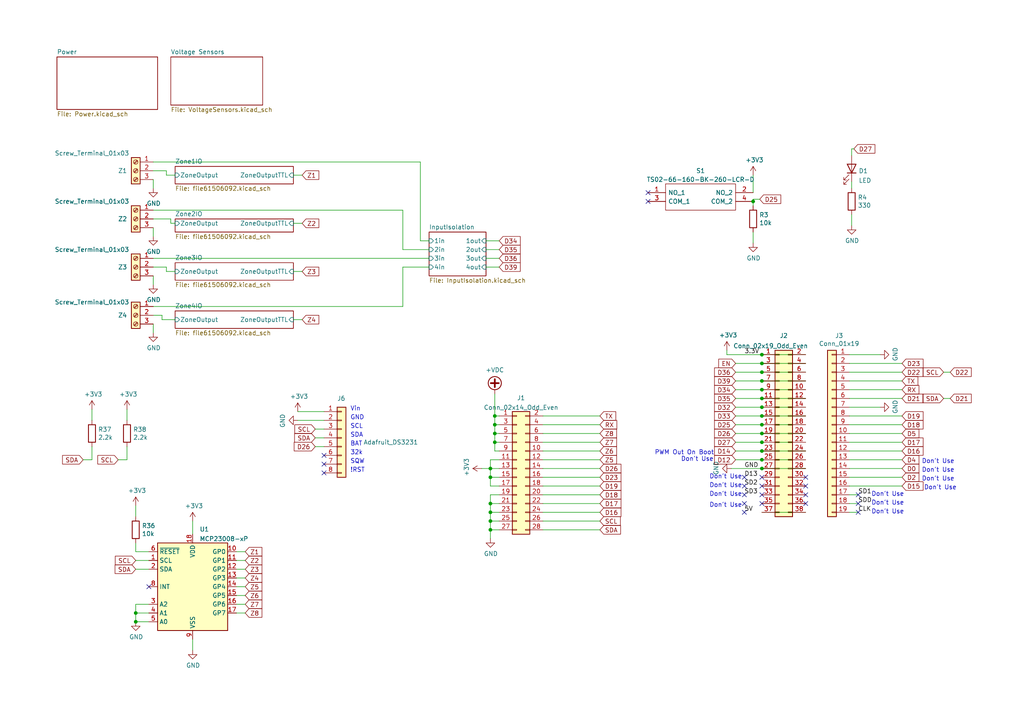
<source format=kicad_sch>
(kicad_sch (version 20231120) (generator "eeschema") (generator_version "8.0")
  (paper "A4")
  (lib_symbols
    (symbol "Connector:Screw_Terminal_01x03" (pin_names (offset 1.016) hide)
      (property "Reference" "J" (at 0 5.08 0))
      (property "Value" "Screw_Terminal_01x03" (at 0 -5.08 0))
      (symbol "Screw_Terminal_01x03_1_1"
        (rectangle (start -1.27 3.81) (end 1.27 -3.81) (stroke (width 0.254)) (fill (type background)))
        (circle (center 0 -2.54) (radius 0.635) (stroke (width 0.1524)))
        (polyline (pts (xy -0.5334 -2.2098) (xy 0.3302 -3.048)) (stroke (width 0.1524)))
        (polyline (pts (xy -0.5334 0.3302) (xy 0.3302 -0.508)) (stroke (width 0.1524)))
        (polyline (pts (xy -0.5334 2.8702) (xy 0.3302 2.032)) (stroke (width 0.1524)))
        (polyline (pts (xy -0.3556 -2.032) (xy 0.508 -2.8702)) (stroke (width 0.1524)))
        (polyline (pts (xy -0.3556 0.508) (xy 0.508 -0.3302)) (stroke (width 0.1524)))
        (polyline (pts (xy -0.3556 3.048) (xy 0.508 2.2098)) (stroke (width 0.1524)))
        (circle (center 0 0) (radius 0.635) (stroke (width 0.1524)))
        (circle (center 0 2.54) (radius 0.635) (stroke (width 0.1524)))
        (pin passive line (at -5.08 2.54 0) (length 3.81) (name "Pin_1") (number "1"))
        (pin passive line (at -5.08 0 0) (length 3.81) (name "Pin_2") (number "2"))
        (pin passive line (at -5.08 -2.54 0) (length 3.81) (name "Pin_3") (number "3"))
      )
    )
    (symbol "Connector_Generic:Conn_01x08" (pin_names (offset 1.016) hide)
      (property "Reference" "J" (at 0 10.16 0))
      (property "Value" "Conn_01x08" (at 0 -12.7 0))
      (symbol "Conn_01x08_1_1"
        (rectangle (start -1.27 -10.033) (end 0 -10.287) (stroke (width 0.1524)))
        (rectangle (start -1.27 -7.493) (end 0 -7.747) (stroke (width 0.1524)))
        (rectangle (start -1.27 -4.953) (end 0 -5.207) (stroke (width 0.1524)))
        (rectangle (start -1.27 -2.413) (end 0 -2.667) (stroke (width 0.1524)))
        (rectangle (start -1.27 0.127) (end 0 -0.127) (stroke (width 0.1524)))
        (rectangle (start -1.27 2.667) (end 0 2.413) (stroke (width 0.1524)))
        (rectangle (start -1.27 5.207) (end 0 4.953) (stroke (width 0.1524)))
        (rectangle (start -1.27 7.747) (end 0 7.493) (stroke (width 0.1524)))
        (rectangle (start -1.27 8.89) (end 1.27 -11.43) (stroke (width 0.254)) (fill (type background)))
        (pin passive line (at -5.08 7.62 0) (length 3.81) (name "Pin_1") (number "1"))
        (pin passive line (at -5.08 5.08 0) (length 3.81) (name "Pin_2") (number "2"))
        (pin passive line (at -5.08 2.54 0) (length 3.81) (name "Pin_3") (number "3"))
        (pin passive line (at -5.08 0 0) (length 3.81) (name "Pin_4") (number "4"))
        (pin passive line (at -5.08 -2.54 0) (length 3.81) (name "Pin_5") (number "5"))
        (pin passive line (at -5.08 -5.08 0) (length 3.81) (name "Pin_6") (number "6"))
        (pin passive line (at -5.08 -7.62 0) (length 3.81) (name "Pin_7") (number "7"))
        (pin passive line (at -5.08 -10.16 0) (length 3.81) (name "Pin_8") (number "8"))
      )
    )
    (symbol "Connector_Generic:Conn_01x19" (pin_names (offset 1.016) hide)
      (property "Reference" "J" (at 0 25.4 0))
      (property "Value" "Conn_01x19" (at 0 -25.4 0))
      (symbol "Conn_01x19_1_1"
        (rectangle (start -1.27 -22.733) (end 0 -22.987) (stroke (width 0.1524)))
        (rectangle (start -1.27 -20.193) (end 0 -20.447) (stroke (width 0.1524)))
        (rectangle (start -1.27 -17.653) (end 0 -17.907) (stroke (width 0.1524)))
        (rectangle (start -1.27 -15.113) (end 0 -15.367) (stroke (width 0.1524)))
        (rectangle (start -1.27 -12.573) (end 0 -12.827) (stroke (width 0.1524)))
        (rectangle (start -1.27 -10.033) (end 0 -10.287) (stroke (width 0.1524)))
        (rectangle (start -1.27 -7.493) (end 0 -7.747) (stroke (width 0.1524)))
        (rectangle (start -1.27 -4.953) (end 0 -5.207) (stroke (width 0.1524)))
        (rectangle (start -1.27 -2.413) (end 0 -2.667) (stroke (width 0.1524)))
        (rectangle (start -1.27 0.127) (end 0 -0.127) (stroke (width 0.1524)))
        (rectangle (start -1.27 2.667) (end 0 2.413) (stroke (width 0.1524)))
        (rectangle (start -1.27 5.207) (end 0 4.953) (stroke (width 0.1524)))
        (rectangle (start -1.27 7.747) (end 0 7.493) (stroke (width 0.1524)))
        (rectangle (start -1.27 10.287) (end 0 10.033) (stroke (width 0.1524)))
        (rectangle (start -1.27 12.827) (end 0 12.573) (stroke (width 0.1524)))
        (rectangle (start -1.27 15.367) (end 0 15.113) (stroke (width 0.1524)))
        (rectangle (start -1.27 17.907) (end 0 17.653) (stroke (width 0.1524)))
        (rectangle (start -1.27 20.447) (end 0 20.193) (stroke (width 0.1524)))
        (rectangle (start -1.27 22.987) (end 0 22.733) (stroke (width 0.1524)))
        (rectangle (start -1.27 24.13) (end 1.27 -24.13) (stroke (width 0.254)) (fill (type background)))
        (pin passive line (at -5.08 22.86 0) (length 3.81) (name "Pin_1") (number "1"))
        (pin passive line (at -5.08 0 0) (length 3.81) (name "Pin_10") (number "10"))
        (pin passive line (at -5.08 -2.54 0) (length 3.81) (name "Pin_11") (number "11"))
        (pin passive line (at -5.08 -5.08 0) (length 3.81) (name "Pin_12") (number "12"))
        (pin passive line (at -5.08 -7.62 0) (length 3.81) (name "Pin_13") (number "13"))
        (pin passive line (at -5.08 -10.16 0) (length 3.81) (name "Pin_14") (number "14"))
        (pin passive line (at -5.08 -12.7 0) (length 3.81) (name "Pin_15") (number "15"))
        (pin passive line (at -5.08 -15.24 0) (length 3.81) (name "Pin_16") (number "16"))
        (pin passive line (at -5.08 -17.78 0) (length 3.81) (name "Pin_17") (number "17"))
        (pin passive line (at -5.08 -20.32 0) (length 3.81) (name "Pin_18") (number "18"))
        (pin passive line (at -5.08 -22.86 0) (length 3.81) (name "Pin_19") (number "19"))
        (pin passive line (at -5.08 20.32 0) (length 3.81) (name "Pin_2") (number "2"))
        (pin passive line (at -5.08 17.78 0) (length 3.81) (name "Pin_3") (number "3"))
        (pin passive line (at -5.08 15.24 0) (length 3.81) (name "Pin_4") (number "4"))
        (pin passive line (at -5.08 12.7 0) (length 3.81) (name "Pin_5") (number "5"))
        (pin passive line (at -5.08 10.16 0) (length 3.81) (name "Pin_6") (number "6"))
        (pin passive line (at -5.08 7.62 0) (length 3.81) (name "Pin_7") (number "7"))
        (pin passive line (at -5.08 5.08 0) (length 3.81) (name "Pin_8") (number "8"))
        (pin passive line (at -5.08 2.54 0) (length 3.81) (name "Pin_9") (number "9"))
      )
    )
    (symbol "Connector_Generic:Conn_02x14_Odd_Even" (pin_names (offset 1.016) hide)
      (property "Reference" "J" (at 1.27 17.78 0))
      (property "Value" "Conn_02x14_Odd_Even" (at 1.27 -20.32 0))
      (symbol "Conn_02x14_Odd_Even_1_1"
        (rectangle (start -1.27 -17.653) (end 0 -17.907) (stroke (width 0.1524)))
        (rectangle (start -1.27 -15.113) (end 0 -15.367) (stroke (width 0.1524)))
        (rectangle (start -1.27 -12.573) (end 0 -12.827) (stroke (width 0.1524)))
        (rectangle (start -1.27 -10.033) (end 0 -10.287) (stroke (width 0.1524)))
        (rectangle (start -1.27 -7.493) (end 0 -7.747) (stroke (width 0.1524)))
        (rectangle (start -1.27 -4.953) (end 0 -5.207) (stroke (width 0.1524)))
        (rectangle (start -1.27 -2.413) (end 0 -2.667) (stroke (width 0.1524)))
        (rectangle (start -1.27 0.127) (end 0 -0.127) (stroke (width 0.1524)))
        (rectangle (start -1.27 2.667) (end 0 2.413) (stroke (width 0.1524)))
        (rectangle (start -1.27 5.207) (end 0 4.953) (stroke (width 0.1524)))
        (rectangle (start -1.27 7.747) (end 0 7.493) (stroke (width 0.1524)))
        (rectangle (start -1.27 10.287) (end 0 10.033) (stroke (width 0.1524)))
        (rectangle (start -1.27 12.827) (end 0 12.573) (stroke (width 0.1524)))
        (rectangle (start -1.27 15.367) (end 0 15.113) (stroke (width 0.1524)))
        (rectangle (start -1.27 16.51) (end 3.81 -19.05) (stroke (width 0.254)) (fill (type background)))
        (rectangle (start 3.81 -17.653) (end 2.54 -17.907) (stroke (width 0.1524)))
        (rectangle (start 3.81 -15.113) (end 2.54 -15.367) (stroke (width 0.1524)))
        (rectangle (start 3.81 -12.573) (end 2.54 -12.827) (stroke (width 0.1524)))
        (rectangle (start 3.81 -10.033) (end 2.54 -10.287) (stroke (width 0.1524)))
        (rectangle (start 3.81 -7.493) (end 2.54 -7.747) (stroke (width 0.1524)))
        (rectangle (start 3.81 -4.953) (end 2.54 -5.207) (stroke (width 0.1524)))
        (rectangle (start 3.81 -2.413) (end 2.54 -2.667) (stroke (width 0.1524)))
        (rectangle (start 3.81 0.127) (end 2.54 -0.127) (stroke (width 0.1524)))
        (rectangle (start 3.81 2.667) (end 2.54 2.413) (stroke (width 0.1524)))
        (rectangle (start 3.81 5.207) (end 2.54 4.953) (stroke (width 0.1524)))
        (rectangle (start 3.81 7.747) (end 2.54 7.493) (stroke (width 0.1524)))
        (rectangle (start 3.81 10.287) (end 2.54 10.033) (stroke (width 0.1524)))
        (rectangle (start 3.81 12.827) (end 2.54 12.573) (stroke (width 0.1524)))
        (rectangle (start 3.81 15.367) (end 2.54 15.113) (stroke (width 0.1524)))
        (pin passive line (at -5.08 15.24 0) (length 3.81) (name "Pin_1") (number "1"))
        (pin passive line (at 7.62 5.08 180) (length 3.81) (name "Pin_10") (number "10"))
        (pin passive line (at -5.08 2.54 0) (length 3.81) (name "Pin_11") (number "11"))
        (pin passive line (at 7.62 2.54 180) (length 3.81) (name "Pin_12") (number "12"))
        (pin passive line (at -5.08 0 0) (length 3.81) (name "Pin_13") (number "13"))
        (pin passive line (at 7.62 0 180) (length 3.81) (name "Pin_14") (number "14"))
        (pin passive line (at -5.08 -2.54 0) (length 3.81) (name "Pin_15") (number "15"))
        (pin passive line (at 7.62 -2.54 180) (length 3.81) (name "Pin_16") (number "16"))
        (pin passive line (at -5.08 -5.08 0) (length 3.81) (name "Pin_17") (number "17"))
        (pin passive line (at 7.62 -5.08 180) (length 3.81) (name "Pin_18") (number "18"))
        (pin passive line (at -5.08 -7.62 0) (length 3.81) (name "Pin_19") (number "19"))
        (pin passive line (at 7.62 15.24 180) (length 3.81) (name "Pin_2") (number "2"))
        (pin passive line (at 7.62 -7.62 180) (length 3.81) (name "Pin_20") (number "20"))
        (pin passive line (at -5.08 -10.16 0) (length 3.81) (name "Pin_21") (number "21"))
        (pin passive line (at 7.62 -10.16 180) (length 3.81) (name "Pin_22") (number "22"))
        (pin passive line (at -5.08 -12.7 0) (length 3.81) (name "Pin_23") (number "23"))
        (pin passive line (at 7.62 -12.7 180) (length 3.81) (name "Pin_24") (number "24"))
        (pin passive line (at -5.08 -15.24 0) (length 3.81) (name "Pin_25") (number "25"))
        (pin passive line (at 7.62 -15.24 180) (length 3.81) (name "Pin_26") (number "26"))
        (pin passive line (at -5.08 -17.78 0) (length 3.81) (name "Pin_27") (number "27"))
        (pin passive line (at 7.62 -17.78 180) (length 3.81) (name "Pin_28") (number "28"))
        (pin passive line (at -5.08 12.7 0) (length 3.81) (name "Pin_3") (number "3"))
        (pin passive line (at 7.62 12.7 180) (length 3.81) (name "Pin_4") (number "4"))
        (pin passive line (at -5.08 10.16 0) (length 3.81) (name "Pin_5") (number "5"))
        (pin passive line (at 7.62 10.16 180) (length 3.81) (name "Pin_6") (number "6"))
        (pin passive line (at -5.08 7.62 0) (length 3.81) (name "Pin_7") (number "7"))
        (pin passive line (at 7.62 7.62 180) (length 3.81) (name "Pin_8") (number "8"))
        (pin passive line (at -5.08 5.08 0) (length 3.81) (name "Pin_9") (number "9"))
      )
    )
    (symbol "Connector_Generic:Conn_02x19_Odd_Even" (pin_names (offset 1.016) hide)
      (property "Reference" "J" (at 1.27 25.4 0))
      (property "Value" "Conn_02x19_Odd_Even" (at 1.27 -25.4 0))
      (symbol "Conn_02x19_Odd_Even_1_1"
        (rectangle (start -1.27 -22.733) (end 0 -22.987) (stroke (width 0.1524)))
        (rectangle (start -1.27 -20.193) (end 0 -20.447) (stroke (width 0.1524)))
        (rectangle (start -1.27 -17.653) (end 0 -17.907) (stroke (width 0.1524)))
        (rectangle (start -1.27 -15.113) (end 0 -15.367) (stroke (width 0.1524)))
        (rectangle (start -1.27 -12.573) (end 0 -12.827) (stroke (width 0.1524)))
        (rectangle (start -1.27 -10.033) (end 0 -10.287) (stroke (width 0.1524)))
        (rectangle (start -1.27 -7.493) (end 0 -7.747) (stroke (width 0.1524)))
        (rectangle (start -1.27 -4.953) (end 0 -5.207) (stroke (width 0.1524)))
        (rectangle (start -1.27 -2.413) (end 0 -2.667) (stroke (width 0.1524)))
        (rectangle (start -1.27 0.127) (end 0 -0.127) (stroke (width 0.1524)))
        (rectangle (start -1.27 2.667) (end 0 2.413) (stroke (width 0.1524)))
        (rectangle (start -1.27 5.207) (end 0 4.953) (stroke (width 0.1524)))
        (rectangle (start -1.27 7.747) (end 0 7.493) (stroke (width 0.1524)))
        (rectangle (start -1.27 10.287) (end 0 10.033) (stroke (width 0.1524)))
        (rectangle (start -1.27 12.827) (end 0 12.573) (stroke (width 0.1524)))
        (rectangle (start -1.27 15.367) (end 0 15.113) (stroke (width 0.1524)))
        (rectangle (start -1.27 17.907) (end 0 17.653) (stroke (width 0.1524)))
        (rectangle (start -1.27 20.447) (end 0 20.193) (stroke (width 0.1524)))
        (rectangle (start -1.27 22.987) (end 0 22.733) (stroke (width 0.1524)))
        (rectangle (start -1.27 24.13) (end 3.81 -24.13) (stroke (width 0.254)) (fill (type background)))
        (rectangle (start 3.81 -22.733) (end 2.54 -22.987) (stroke (width 0.1524)))
        (rectangle (start 3.81 -20.193) (end 2.54 -20.447) (stroke (width 0.1524)))
        (rectangle (start 3.81 -17.653) (end 2.54 -17.907) (stroke (width 0.1524)))
        (rectangle (start 3.81 -15.113) (end 2.54 -15.367) (stroke (width 0.1524)))
        (rectangle (start 3.81 -12.573) (end 2.54 -12.827) (stroke (width 0.1524)))
        (rectangle (start 3.81 -10.033) (end 2.54 -10.287) (stroke (width 0.1524)))
        (rectangle (start 3.81 -7.493) (end 2.54 -7.747) (stroke (width 0.1524)))
        (rectangle (start 3.81 -4.953) (end 2.54 -5.207) (stroke (width 0.1524)))
        (rectangle (start 3.81 -2.413) (end 2.54 -2.667) (stroke (width 0.1524)))
        (rectangle (start 3.81 0.127) (end 2.54 -0.127) (stroke (width 0.1524)))
        (rectangle (start 3.81 2.667) (end 2.54 2.413) (stroke (width 0.1524)))
        (rectangle (start 3.81 5.207) (end 2.54 4.953) (stroke (width 0.1524)))
        (rectangle (start 3.81 7.747) (end 2.54 7.493) (stroke (width 0.1524)))
        (rectangle (start 3.81 10.287) (end 2.54 10.033) (stroke (width 0.1524)))
        (rectangle (start 3.81 12.827) (end 2.54 12.573) (stroke (width 0.1524)))
        (rectangle (start 3.81 15.367) (end 2.54 15.113) (stroke (width 0.1524)))
        (rectangle (start 3.81 17.907) (end 2.54 17.653) (stroke (width 0.1524)))
        (rectangle (start 3.81 20.447) (end 2.54 20.193) (stroke (width 0.1524)))
        (rectangle (start 3.81 22.987) (end 2.54 22.733) (stroke (width 0.1524)))
        (pin passive line (at -5.08 22.86 0) (length 3.81) (name "Pin_1") (number "1"))
        (pin passive line (at 7.62 12.7 180) (length 3.81) (name "Pin_10") (number "10"))
        (pin passive line (at -5.08 10.16 0) (length 3.81) (name "Pin_11") (number "11"))
        (pin passive line (at 7.62 10.16 180) (length 3.81) (name "Pin_12") (number "12"))
        (pin passive line (at -5.08 7.62 0) (length 3.81) (name "Pin_13") (number "13"))
        (pin passive line (at 7.62 7.62 180) (length 3.81) (name "Pin_14") (number "14"))
        (pin passive line (at -5.08 5.08 0) (length 3.81) (name "Pin_15") (number "15"))
        (pin passive line (at 7.62 5.08 180) (length 3.81) (name "Pin_16") (number "16"))
        (pin passive line (at -5.08 2.54 0) (length 3.81) (name "Pin_17") (number "17"))
        (pin passive line (at 7.62 2.54 180) (length 3.81) (name "Pin_18") (number "18"))
        (pin passive line (at -5.08 0 0) (length 3.81) (name "Pin_19") (number "19"))
        (pin passive line (at 7.62 22.86 180) (length 3.81) (name "Pin_2") (number "2"))
        (pin passive line (at 7.62 0 180) (length 3.81) (name "Pin_20") (number "20"))
        (pin passive line (at -5.08 -2.54 0) (length 3.81) (name "Pin_21") (number "21"))
        (pin passive line (at 7.62 -2.54 180) (length 3.81) (name "Pin_22") (number "22"))
        (pin passive line (at -5.08 -5.08 0) (length 3.81) (name "Pin_23") (number "23"))
        (pin passive line (at 7.62 -5.08 180) (length 3.81) (name "Pin_24") (number "24"))
        (pin passive line (at -5.08 -7.62 0) (length 3.81) (name "Pin_25") (number "25"))
        (pin passive line (at 7.62 -7.62 180) (length 3.81) (name "Pin_26") (number "26"))
        (pin passive line (at -5.08 -10.16 0) (length 3.81) (name "Pin_27") (number "27"))
        (pin passive line (at 7.62 -10.16 180) (length 3.81) (name "Pin_28") (number "28"))
        (pin passive line (at -5.08 -12.7 0) (length 3.81) (name "Pin_29") (number "29"))
        (pin passive line (at -5.08 20.32 0) (length 3.81) (name "Pin_3") (number "3"))
        (pin passive line (at 7.62 -12.7 180) (length 3.81) (name "Pin_30") (number "30"))
        (pin passive line (at -5.08 -15.24 0) (length 3.81) (name "Pin_31") (number "31"))
        (pin passive line (at 7.62 -15.24 180) (length 3.81) (name "Pin_32") (number "32"))
        (pin passive line (at -5.08 -17.78 0) (length 3.81) (name "Pin_33") (number "33"))
        (pin passive line (at 7.62 -17.78 180) (length 3.81) (name "Pin_34") (number "34"))
        (pin passive line (at -5.08 -20.32 0) (length 3.81) (name "Pin_35") (number "35"))
        (pin passive line (at 7.62 -20.32 180) (length 3.81) (name "Pin_36") (number "36"))
        (pin passive line (at -5.08 -22.86 0) (length 3.81) (name "Pin_37") (number "37"))
        (pin passive line (at 7.62 -22.86 180) (length 3.81) (name "Pin_38") (number "38"))
        (pin passive line (at 7.62 20.32 180) (length 3.81) (name "Pin_4") (number "4"))
        (pin passive line (at -5.08 17.78 0) (length 3.81) (name "Pin_5") (number "5"))
        (pin passive line (at 7.62 17.78 180) (length 3.81) (name "Pin_6") (number "6"))
        (pin passive line (at -5.08 15.24 0) (length 3.81) (name "Pin_7") (number "7"))
        (pin passive line (at 7.62 15.24 180) (length 3.81) (name "Pin_8") (number "8"))
        (pin passive line (at -5.08 12.7 0) (length 3.81) (name "Pin_9") (number "9"))
      )
    )
    (symbol "Device:LED" (pin_numbers hide) (pin_names (offset 1.016) hide)
      (property "Reference" "D" (at 0 2.54 0))
      (property "Value" "LED" (at 0 -2.54 0))
      (symbol "LED_0_1"
        (polyline (pts (xy -1.27 -1.27) (xy -1.27 1.27)) (stroke (width 0.254)))
        (polyline (pts (xy -1.27 0) (xy 1.27 0)))
        (polyline (pts (xy 1.27 -1.27) (xy 1.27 1.27) (xy -1.27 0) (xy 1.27 -1.27)) (stroke (width 0.254)))
        (polyline (pts (xy -3.048 -0.762) (xy -4.572 -2.286) (xy -3.81 -2.286) (xy -4.572 -2.286) (xy -4.572 -1.524)))
        (polyline (pts (xy -1.778 -0.762) (xy -3.302 -2.286) (xy -2.54 -2.286) (xy -3.302 -2.286) (xy -3.302 -1.524)))
      )
      (symbol "LED_1_1"
        (pin passive line (at -3.81 0 0) (length 2.54) (name "K") (number "1"))
        (pin passive line (at 3.81 0 180) (length 2.54) (name "A") (number "2"))
      )
    )
    (symbol "Device:R" (pin_numbers hide) (pin_names (offset 0))
      (property "Reference" "R" (at 2.032 0 90))
      (property "Value" "R" (at 0 0 90))
      (symbol "R_0_1"
        (rectangle (start -1.016 -2.54) (end 1.016 2.54) (stroke (width 0.254)))
      )
      (symbol "R_1_1"
        (pin passive line (at 0 3.81 270) (length 1.27) (name "~") (number "1"))
        (pin passive line (at 0 -3.81 90) (length 1.27) (name "~") (number "2"))
      )
    )
    (symbol "Interface_Expansion:MCP23008-xP"
      (property "Reference" "U" (at -8.89 13.97 0))
      (property "Value" "MCP23008-xP" (at 8.89 13.97 0))
      (symbol "MCP23008-xP_0_1"
        (rectangle (start -10.16 12.7) (end 10.16 -12.7) (stroke (width 0.254)) (fill (type background)))
      )
      (symbol "MCP23008-xP_1_1"
        (pin input line (at -12.7 7.62 0) (length 2.54) (name "SCL") (number "1"))
        (pin bidirectional line (at 12.7 10.16 180) (length 2.54) (name "GP0") (number "10"))
        (pin bidirectional line (at 12.7 7.62 180) (length 2.54) (name "GP1") (number "11"))
        (pin bidirectional line (at 12.7 5.08 180) (length 2.54) (name "GP2") (number "12"))
        (pin bidirectional line (at 12.7 2.54 180) (length 2.54) (name "GP3") (number "13"))
        (pin bidirectional line (at 12.7 0 180) (length 2.54) (name "GP4") (number "14"))
        (pin bidirectional line (at 12.7 -2.54 180) (length 2.54) (name "GP5") (number "15"))
        (pin bidirectional line (at 12.7 -5.08 180) (length 2.54) (name "GP6") (number "16"))
        (pin bidirectional line (at 12.7 -7.62 180) (length 2.54) (name "GP7") (number "17"))
        (pin power_in line (at 0 15.24 270) (length 2.54) (name "VDD") (number "18"))
        (pin bidirectional line (at -12.7 5.08 0) (length 2.54) (name "SDA") (number "2"))
        (pin input line (at -12.7 -5.08 0) (length 2.54) (name "A2") (number "3"))
        (pin input line (at -12.7 -7.62 0) (length 2.54) (name "A1") (number "4"))
        (pin input line (at -12.7 -10.16 0) (length 2.54) (name "A0") (number "5"))
        (pin input line (at -12.7 10.16 0) (length 2.54) (name "~{RESET}") (number "6"))
        (pin no_connect line (at -10.16 -2.54 0) (length 2.54) hide (name "NC") (number "7"))
        (pin output line (at -12.7 0 0) (length 2.54) (name "INT") (number "8"))
        (pin power_in line (at 0 -15.24 90) (length 2.54) (name "VSS") (number "9"))
      )
    )
    (symbol "SamacSys_Parts:TS02-66-160-BK-260-LCR-D" (pin_names (offset 0.762))
      (property "Reference" "S" (at 26.67 7.62 0))
      (property "Value" "TS02-66-160-BK-260-LCR-D" (at 26.67 5.08 0))
      (symbol "TS02-66-160-BK-260-LCR-D_0_0"
        (pin passive line (at 0 0 0) (length 5.08) (name "NO_1") (number "1"))
        (pin passive line (at 30.48 0 180) (length 5.08) (name "NO_2") (number "2"))
        (pin passive line (at 0 -2.54 0) (length 5.08) (name "COM_1") (number "3"))
        (pin passive line (at 30.48 -2.54 180) (length 5.08) (name "COM_2") (number "4"))
      )
      (symbol "TS02-66-160-BK-260-LCR-D_0_1"
        (polyline (pts (xy 5.08 2.54) (xy 25.4 2.54) (xy 25.4 -5.08) (xy 5.08 -5.08) (xy 5.08 2.54)) (stroke (width 0.1524)))
      )
    )
    (symbol "power:+3.3V" (power) (pin_names (offset 0))
      (property "Value" "+3.3V" (at 0 3.556 0))
      (symbol "+3.3V_0_1"
        (polyline (pts (xy -0.762 1.27) (xy 0 2.54)))
        (polyline (pts (xy 0 0) (xy 0 2.54)))
        (polyline (pts (xy 0 2.54) (xy 0.762 1.27)))
      )
      (symbol "+3.3V_1_1"
        (pin power_in line (at 0 0 90) (length 0) hide (name "+3V3") (number "1"))
      )
    )
    (symbol "power:+VDC" (power) (pin_names (offset 0))
      (property "Value" "+VDC" (at 0 6.35 0))
      (symbol "+VDC_0_1"
        (polyline (pts (xy -1.143 3.175) (xy 1.143 3.175)) (stroke (width 0.508)))
        (polyline (pts (xy 0 0) (xy 0 1.27)))
        (polyline (pts (xy 0 2.032) (xy 0 4.318)) (stroke (width 0.508)))
        (circle (center 0 3.175) (radius 1.905) (stroke (width 0.254)))
      )
      (symbol "+VDC_1_1"
        (pin power_in line (at 0 0 90) (length 0) hide (name "+VDC") (number "1"))
      )
    )
    (symbol "power:GND" (power) (pin_names (offset 0))
      (property "Value" "GND" (at 0 -3.81 0))
      (symbol "GND_0_1"
        (polyline (pts (xy 0 0) (xy 0 -1.27) (xy 1.27 -1.27) (xy 0 -2.54) (xy -1.27 -1.27) (xy 0 -1.27)))
      )
      (symbol "GND_1_1"
        (pin power_in line (at 0 0 270) (length 0) hide (name "GND") (number "1"))
      )
    )
  )
  (junction (at 142.24 146.05))
  (junction (at 220.98 130.81))
  (junction (at 143.51 120.65))
  (junction (at 39.37 177.8))
  (junction (at 220.98 110.49))
  (junction (at 220.98 115.57))
  (junction (at 218.44 58.42))
  (junction (at 220.98 118.11))
  (junction (at 39.37 180.34))
  (junction (at 220.98 135.89))
  (junction (at 143.51 125.73))
  (junction (at 142.24 148.59))
  (junction (at 142.24 138.43))
  (junction (at 142.24 135.89))
  (junction (at 220.98 102.87))
  (junction (at 143.51 123.19))
  (junction (at 220.98 120.65))
  (junction (at 220.98 133.35))
  (junction (at 143.51 128.27))
  (junction (at 142.24 151.13))
  (junction (at 220.98 128.27))
  (junction (at 220.98 107.95))
  (junction (at 142.24 153.67))
  (junction (at 220.98 113.03))
  (junction (at 220.98 125.73))
  (junction (at 220.98 105.41))
  (junction (at 220.98 123.19))
  (no_connect (at 248.92 146.05))
  (no_connect (at 43.18 170.18))
  (no_connect (at 93.98 134.62))
  (no_connect (at 248.92 143.51))
  (no_connect (at 215.9 148.59))
  (no_connect (at 93.98 137.16))
  (no_connect (at 93.98 132.08))
  (no_connect (at 187.96 55.88))
  (no_connect (at 187.96 58.42))
  (no_connect (at 215.9 143.51))
  (no_connect (at 215.9 140.97))
  (no_connect (at 215.9 138.43))
  (no_connect (at 220.98 143.51))
  (no_connect (at 220.98 140.97))
  (no_connect (at 220.98 138.43))
  (no_connect (at 233.68 138.43))
  (no_connect (at 233.68 140.97))
  (no_connect (at 233.68 143.51))
  (no_connect (at 215.9 146.05))
  (no_connect (at 233.68 146.05))
  (no_connect (at 248.92 148.59))
  (no_connect (at 220.98 146.05))
  (wire (pts (xy 213.36 133.35) (xy 220.98 133.35)))
  (wire (pts (xy 68.58 167.64) (xy 71.12 167.64)))
  (wire (pts (xy 139.7 135.89) (xy 142.24 135.89)))
  (wire (pts (xy 218.44 50.8) (xy 218.44 55.88)))
  (wire (pts (xy 213.36 123.19) (xy 220.98 123.19)))
  (wire (pts (xy 247.015 52.705) (xy 247.015 54.61)))
  (wire (pts (xy 213.36 110.49) (xy 220.98 110.49)))
  (wire (pts (xy 246.38 133.35) (xy 261.62 133.35)))
  (wire (pts (xy 173.99 125.73) (xy 157.48 125.73)))
  (wire (pts (xy 121.92 69.85) (xy 121.92 46.99)))
  (wire (pts (xy 26.67 129.54) (xy 26.67 133.35)))
  (wire (pts (xy 220.345 57.785) (xy 218.44 57.785)))
  (wire (pts (xy 144.78 153.67) (xy 142.24 153.67)))
  (wire (pts (xy 233.68 107.95) (xy 220.98 107.95)))
  (wire (pts (xy 157.48 151.13) (xy 173.99 151.13)))
  (wire (pts (xy 143.51 130.81) (xy 143.51 128.27)))
  (wire (pts (xy 39.37 146.685) (xy 39.37 149.86)))
  (wire (pts (xy 91.44 127) (xy 93.98 127)))
  (wire (pts (xy 44.45 82.55) (xy 44.45 80.01)))
  (wire (pts (xy 142.24 146.05) (xy 142.24 148.59)))
  (wire (pts (xy 91.44 124.46) (xy 93.98 124.46)))
  (wire (pts (xy 246.38 146.05) (xy 248.92 146.05)))
  (wire (pts (xy 55.88 151.13) (xy 55.88 154.94)))
  (wire (pts (xy 246.38 110.49) (xy 261.62 110.49)))
  (wire (pts (xy 143.51 125.73) (xy 144.78 125.73)))
  (wire (pts (xy 34.29 133.35) (xy 36.83 133.35)))
  (wire (pts (xy 86.36 121.92) (xy 93.98 121.92)))
  (wire (pts (xy 85.09 92.71) (xy 87.63 92.71)))
  (wire (pts (xy 157.48 143.51) (xy 173.99 143.51)))
  (wire (pts (xy 39.37 177.8) (xy 39.37 180.34)))
  (wire (pts (xy 143.51 114.3) (xy 143.51 120.65)))
  (wire (pts (xy 48.26 78.74) (xy 50.8 78.74)))
  (wire (pts (xy 246.38 118.11) (xy 255.27 118.11)))
  (wire (pts (xy 43.18 160.02) (xy 39.37 160.02)))
  (wire (pts (xy 247.015 62.23) (xy 247.015 65.405)))
  (wire (pts (xy 157.48 153.67) (xy 173.99 153.67)))
  (wire (pts (xy 233.68 130.81) (xy 220.98 130.81)))
  (wire (pts (xy 210.82 102.87) (xy 220.98 102.87)))
  (wire (pts (xy 68.58 162.56) (xy 71.12 162.56)))
  (wire (pts (xy 24.13 133.35) (xy 26.67 133.35)))
  (wire (pts (xy 247.015 43.18) (xy 247.015 45.085)))
  (wire (pts (xy 273.685 115.57) (xy 275.59 115.57)))
  (wire (pts (xy 144.78 148.59) (xy 142.24 148.59)))
  (wire (pts (xy 85.09 50.8) (xy 87.63 50.8)))
  (wire (pts (xy 44.45 68.58) (xy 44.45 66.04)))
  (wire (pts (xy 247.015 43.18) (xy 247.65 43.18)))
  (wire (pts (xy 142.24 151.13) (xy 142.24 153.67)))
  (wire (pts (xy 36.83 118.745) (xy 36.83 121.92)))
  (wire (pts (xy 233.68 118.11) (xy 220.98 118.11)))
  (wire (pts (xy 157.48 128.27) (xy 173.99 128.27)))
  (wire (pts (xy 246.38 120.65) (xy 261.62 120.65)))
  (wire (pts (xy 246.38 128.27) (xy 261.62 128.27)))
  (wire (pts (xy 44.45 96.52) (xy 44.45 93.98)))
  (wire (pts (xy 143.51 128.27) (xy 143.51 125.73)))
  (wire (pts (xy 44.45 49.53) (xy 48.26 49.53)))
  (wire (pts (xy 49.53 64.77) (xy 50.8 64.77)))
  (wire (pts (xy 220.98 148.59) (xy 233.68 148.59)))
  (wire (pts (xy 212.09 135.89) (xy 220.98 135.89)))
  (wire (pts (xy 213.36 128.27) (xy 220.98 128.27)))
  (wire (pts (xy 143.51 120.65) (xy 144.78 120.65)))
  (wire (pts (xy 157.48 146.05) (xy 173.99 146.05)))
  (wire (pts (xy 39.37 180.34) (xy 43.18 180.34)))
  (wire (pts (xy 220.98 105.41) (xy 233.68 105.41)))
  (wire (pts (xy 44.45 88.9) (xy 116.84 88.9)))
  (wire (pts (xy 140.97 74.93) (xy 144.78 74.93)))
  (wire (pts (xy 144.78 140.97) (xy 142.24 140.97)))
  (wire (pts (xy 157.48 138.43) (xy 173.99 138.43)))
  (wire (pts (xy 213.36 125.73) (xy 220.98 125.73)))
  (wire (pts (xy 26.67 118.745) (xy 26.67 121.92)))
  (wire (pts (xy 143.51 123.19) (xy 143.51 125.73)))
  (wire (pts (xy 144.78 128.27) (xy 143.51 128.27)))
  (wire (pts (xy 144.78 143.51) (xy 142.24 143.51)))
  (wire (pts (xy 44.45 46.99) (xy 121.92 46.99)))
  (wire (pts (xy 246.38 125.73) (xy 261.62 125.73)))
  (wire (pts (xy 44.45 63.5) (xy 49.53 63.5)))
  (wire (pts (xy 44.45 54.61) (xy 44.45 52.07)))
  (wire (pts (xy 246.38 107.95) (xy 261.62 107.95)))
  (wire (pts (xy 68.58 165.1) (xy 71.12 165.1)))
  (wire (pts (xy 246.38 113.03) (xy 261.62 113.03)))
  (wire (pts (xy 246.38 123.19) (xy 261.62 123.19)))
  (wire (pts (xy 273.685 107.95) (xy 275.59 107.95)))
  (wire (pts (xy 55.88 185.42) (xy 55.88 188.595)))
  (wire (pts (xy 91.44 129.54) (xy 93.98 129.54)))
  (wire (pts (xy 142.24 133.35) (xy 142.24 135.89)))
  (wire (pts (xy 140.97 72.39) (xy 144.78 72.39)))
  (wire (pts (xy 86.36 119.38) (xy 93.98 119.38)))
  (wire (pts (xy 233.68 120.65) (xy 220.98 120.65)))
  (wire (pts (xy 246.38 115.57) (xy 261.62 115.57)))
  (wire (pts (xy 124.46 77.47) (xy 116.84 77.47)))
  (wire (pts (xy 142.24 138.43) (xy 142.24 140.97)))
  (wire (pts (xy 43.18 175.26) (xy 39.37 175.26)))
  (wire (pts (xy 246.38 135.89) (xy 261.62 135.89)))
  (wire (pts (xy 233.68 110.49) (xy 220.98 110.49)))
  (wire (pts (xy 248.92 143.51) (xy 246.38 143.51)))
  (wire (pts (xy 246.38 140.97) (xy 261.62 140.97)))
  (wire (pts (xy 48.26 49.53) (xy 48.26 50.8)))
  (wire (pts (xy 213.36 130.81) (xy 220.98 130.81)))
  (wire (pts (xy 233.68 102.87) (xy 220.98 102.87)))
  (wire (pts (xy 213.36 115.57) (xy 220.98 115.57)))
  (wire (pts (xy 39.37 175.26) (xy 39.37 177.8)))
  (wire (pts (xy 68.58 177.8) (xy 71.12 177.8)))
  (wire (pts (xy 157.48 148.59) (xy 173.99 148.59)))
  (wire (pts (xy 246.38 102.87) (xy 255.27 102.87)))
  (wire (pts (xy 218.44 67.31) (xy 218.44 70.485)))
  (wire (pts (xy 48.26 50.8) (xy 50.8 50.8)))
  (wire (pts (xy 142.24 148.59) (xy 142.24 151.13)))
  (wire (pts (xy 213.36 118.11) (xy 220.98 118.11)))
  (wire (pts (xy 142.24 151.13) (xy 144.78 151.13)))
  (wire (pts (xy 46.99 91.44) (xy 46.99 92.71)))
  (wire (pts (xy 68.58 172.72) (xy 71.12 172.72)))
  (wire (pts (xy 39.37 162.56) (xy 43.18 162.56)))
  (wire (pts (xy 144.78 146.05) (xy 142.24 146.05)))
  (wire (pts (xy 142.24 135.89) (xy 144.78 135.89)))
  (wire (pts (xy 213.36 105.41) (xy 220.98 105.41)))
  (wire (pts (xy 144.78 123.19) (xy 143.51 123.19)))
  (wire (pts (xy 85.09 78.74) (xy 87.63 78.74)))
  (wire (pts (xy 144.78 138.43) (xy 142.24 138.43)))
  (wire (pts (xy 140.97 77.47) (xy 144.78 77.47)))
  (wire (pts (xy 39.37 177.8) (xy 43.18 177.8)))
  (wire (pts (xy 144.78 130.81) (xy 143.51 130.81)))
  (wire (pts (xy 157.48 123.19) (xy 173.99 123.19)))
  (wire (pts (xy 233.68 133.35) (xy 220.98 133.35)))
  (wire (pts (xy 246.38 105.41) (xy 261.62 105.41)))
  (wire (pts (xy 140.97 69.85) (xy 144.78 69.85)))
  (wire (pts (xy 49.53 63.5) (xy 49.53 64.77)))
  (wire (pts (xy 36.83 129.54) (xy 36.83 133.35)))
  (wire (pts (xy 233.68 128.27) (xy 220.98 128.27)))
  (wire (pts (xy 142.24 138.43) (xy 142.24 135.89)))
  (wire (pts (xy 157.48 135.89) (xy 173.99 135.89)))
  (wire (pts (xy 116.84 72.39) (xy 116.84 60.96)))
  (wire (pts (xy 144.78 133.35) (xy 142.24 133.35)))
  (wire (pts (xy 213.36 113.03) (xy 220.98 113.03)))
  (wire (pts (xy 44.45 77.47) (xy 48.26 77.47)))
  (wire (pts (xy 233.68 115.57) (xy 220.98 115.57)))
  (wire (pts (xy 173.99 130.81) (xy 157.48 130.81)))
  (wire (pts (xy 85.09 64.77) (xy 87.63 64.77)))
  (wire (pts (xy 218.44 57.785) (xy 218.44 58.42)))
  (wire (pts (xy 157.48 120.65) (xy 173.99 120.65)))
  (wire (pts (xy 68.58 160.02) (xy 71.12 160.02)))
  (wire (pts (xy 116.84 77.47) (xy 116.84 88.9)))
  (wire (pts (xy 48.26 77.47) (xy 48.26 78.74)))
  (wire (pts (xy 124.46 72.39) (xy 116.84 72.39)))
  (wire (pts (xy 44.45 60.96) (xy 116.84 60.96)))
  (wire (pts (xy 213.36 120.65) (xy 220.98 120.65)))
  (wire (pts (xy 210.82 102.87) (xy 210.82 101.6)))
  (wire (pts (xy 39.37 160.02) (xy 39.37 157.48)))
  (wire (pts (xy 142.24 143.51) (xy 142.24 146.05)))
  (wire (pts (xy 68.58 170.18) (xy 71.12 170.18)))
  (wire (pts (xy 218.44 58.42) (xy 218.44 59.69)))
  (wire (pts (xy 39.37 165.1) (xy 43.18 165.1)))
  (wire (pts (xy 44.45 74.93) (xy 124.46 74.93)))
  (wire (pts (xy 246.38 138.43) (xy 261.62 138.43)))
  (wire (pts (xy 213.36 107.95) (xy 220.98 107.95)))
  (wire (pts (xy 233.68 123.19) (xy 220.98 123.19)))
  (wire (pts (xy 124.46 69.85) (xy 121.92 69.85)))
  (wire (pts (xy 44.45 91.44) (xy 46.99 91.44)))
  (wire (pts (xy 220.98 135.89) (xy 233.68 135.89)))
  (wire (pts (xy 246.38 130.81) (xy 261.62 130.81)))
  (wire (pts (xy 157.48 133.35) (xy 173.99 133.35)))
  (wire (pts (xy 142.24 153.67) (xy 142.24 156.21)))
  (wire (pts (xy 248.92 148.59) (xy 246.38 148.59)))
  (wire (pts (xy 157.48 140.97) (xy 173.99 140.97)))
  (wire (pts (xy 68.58 175.26) (xy 71.12 175.26)))
  (wire (pts (xy 233.68 125.73) (xy 220.98 125.73)))
  (wire (pts (xy 143.51 120.65) (xy 143.51 123.19)))
  (wire (pts (xy 46.99 92.71) (xy 50.8 92.71)))
  (wire (pts (xy 233.68 113.03) (xy 220.98 113.03)))
  (text "BAT" (at 101.6 129.54 0) (effects (font (size 1.27 1.27)) (justify left bottom)))
  (text "Don't Use" (at 205.74 139.065 0) (effects (font (size 1.27 1.27)) (justify left bottom)))
  (text "Don't Use" (at 267.335 134.62 0) (effects (font (size 1.27 1.27)) (justify left bottom)))
  (text "Don't Use" (at 252.73 144.145 0) (effects (font (size 1.27 1.27)) (justify left bottom)))
  (text "Don't Use" (at 205.74 147.32 0) (effects (font (size 1.27 1.27)) (justify left bottom)))
  (text "SQW" (at 101.6 134.62 0) (effects (font (size 1.27 1.27)) (justify left bottom)))
  (text "Don't Use" (at 267.97 142.24 0) (effects (font (size 1.27 1.27)) (justify left bottom)))
  (text "Don't Use" (at 205.74 141.605 0) (effects (font (size 1.27 1.27)) (justify left bottom)))
  (text "Don't Use" (at 252.73 146.685 0) (effects (font (size 1.27 1.27)) (justify left bottom)))
  (text "Don't Use" (at 205.74 144.145 0) (effects (font (size 1.27 1.27)) (justify left bottom)))
  (text "Don't Use" (at 252.73 149.225 0) (effects (font (size 1.27 1.27)) (justify left bottom)))
  (text "GND" (at 101.6 121.92 0) (effects (font (size 1.27 1.27)) (justify left bottom)))
  (text "Vin" (at 101.6 119.38 0) (effects (font (size 1.27 1.27)) (justify left bottom)))
  (text "32k" (at 101.6 132.08 0) (effects (font (size 1.27 1.27)) (justify left bottom)))
  (text "Don't Use" (at 267.335 139.7 0) (effects (font (size 1.27 1.27)) (justify left bottom)))
  (text "SCL" (at 101.6 124.46 0) (effects (font (size 1.27 1.27)) (justify left bottom)))
  (text "!RST" (at 101.6 137.16 0) (effects (font (size 1.27 1.27)) (justify left bottom)))
  (text "PWM Out On Boot" (at 189.865 132.08 0) (effects (font (size 1.27 1.27)) (justify left bottom)))
  (text "Don't Use" (at 197.485 133.985 0) (effects (font (size 1.27 1.27)) (justify left bottom)))
  (text "SDA" (at 101.6 127 0) (effects (font (size 1.27 1.27)) (justify left bottom)))
  (text "Don't Use" (at 267.335 137.16 0) (effects (font (size 1.27 1.27)) (justify left bottom)))
  (label "D13" (at 215.9 138.43 0))
  (label "SD2" (at 215.9 140.97 0))
  (label "3.3V" (at 215.9 102.87 0))
  (label "5V" (at 215.9 148.59 0))
  (label "SDD" (at 248.92 146.05 0))
  (label "CLK" (at 248.92 148.59 0))
  (label "GND" (at 215.9 135.89 0))
  (label "SD3" (at 215.9 143.51 0))
  (label "SD1" (at 248.92 143.51 0))
  (global_label "Z7" (shape input) (at 71.12 175.26 0) (property "Intersheetrefs" "${INTERSHEET_REFS}" (effects (hide yes))))
  (global_label "SCL" (shape input) (at 39.37 162.56 180) (property "Intersheetrefs" "${INTERSHEET_REFS}" (effects (hide yes))))
  (global_label "D34" (shape input) (at 213.36 113.03 180) (property "Intersheetrefs" "${INTERSHEET_REFS}" (effects (hide yes))))
  (global_label "Z6" (shape input) (at 71.12 172.72 0) (property "Intersheetrefs" "${INTERSHEET_REFS}" (effects (hide yes))))
  (global_label "D2" (shape input) (at 261.62 138.43 0) (property "Intersheetrefs" "${INTERSHEET_REFS}" (effects (hide yes))))
  (global_label "D32" (shape input) (at 213.36 118.11 180) (property "Intersheetrefs" "${INTERSHEET_REFS}" (effects (hide yes))))
  (global_label "D23" (shape input) (at 261.62 105.41 0) (property "Intersheetrefs" "${INTERSHEET_REFS}" (effects (hide yes))))
  (global_label "D23" (shape input) (at 173.99 138.43 0) (property "Intersheetrefs" "${INTERSHEET_REFS}" (effects (hide yes))))
  (global_label "D36" (shape input) (at 144.78 74.93 0) (property "Intersheetrefs" "${INTERSHEET_REFS}" (effects (hide yes))))
  (global_label "D36" (shape input) (at 213.36 107.95 180) (property "Intersheetrefs" "${INTERSHEET_REFS}" (effects (hide yes))))
  (global_label "SDA" (shape input) (at 91.44 127 180) (property "Intersheetrefs" "${INTERSHEET_REFS}" (effects (hide yes))))
  (global_label "D26" (shape input) (at 213.36 125.73 180) (property "Intersheetrefs" "${INTERSHEET_REFS}" (effects (hide yes))))
  (global_label "RX" (shape input) (at 261.62 113.03 0) (property "Intersheetrefs" "${INTERSHEET_REFS}" (effects (hide yes))))
  (global_label "SCL" (shape input) (at 273.685 107.95 180) (property "Intersheetrefs" "${INTERSHEET_REFS}" (effects (hide yes))))
  (global_label "D17" (shape input) (at 261.62 128.27 0) (property "Intersheetrefs" "${INTERSHEET_REFS}" (effects (hide yes))))
  (global_label "TX" (shape input) (at 173.99 120.65 0) (property "Intersheetrefs" "${INTERSHEET_REFS}" (effects (hide yes))))
  (global_label "SDA" (shape input) (at 273.685 115.57 180) (property "Intersheetrefs" "${INTERSHEET_REFS}" (effects (hide yes))))
  (global_label "TX" (shape input) (at 261.62 110.49 0) (property "Intersheetrefs" "${INTERSHEET_REFS}" (effects (hide yes))))
  (global_label "SCL" (shape input) (at 34.29 133.35 180) (property "Intersheetrefs" "${INTERSHEET_REFS}" (effects (hide yes))))
  (global_label "D15" (shape input) (at 261.62 140.97 0) (property "Intersheetrefs" "${INTERSHEET_REFS}" (effects (hide yes))))
  (global_label "Z4" (shape input) (at 71.12 167.64 0) (property "Intersheetrefs" "${INTERSHEET_REFS}" (effects (hide yes))))
  (global_label "Z6" (shape input) (at 173.99 130.81 0) (property "Intersheetrefs" "${INTERSHEET_REFS}" (effects (hide yes))))
  (global_label "EN" (shape input) (at 213.36 105.41 180) (property "Intersheetrefs" "${INTERSHEET_REFS}" (effects (hide yes))))
  (global_label "D25" (shape input) (at 213.36 123.19 180) (property "Intersheetrefs" "${INTERSHEET_REFS}" (effects (hide yes))))
  (global_label "Z1" (shape input) (at 87.63 50.8 0) (property "Intersheetrefs" "${INTERSHEET_REFS}" (effects (hide yes))))
  (global_label "SCL" (shape input) (at 91.44 124.46 180) (property "Intersheetrefs" "${INTERSHEET_REFS}" (effects (hide yes))))
  (global_label "D14" (shape input) (at 213.36 130.81 180) (property "Intersheetrefs" "${INTERSHEET_REFS}" (effects (hide yes))))
  (global_label "SCL" (shape input) (at 173.99 151.13 0) (property "Intersheetrefs" "${INTERSHEET_REFS}" (effects (hide yes))))
  (global_label "Z8" (shape input) (at 173.99 125.73 0) (property "Intersheetrefs" "${INTERSHEET_REFS}" (effects (hide yes))))
  (global_label "D16" (shape input) (at 173.99 148.59 0) (property "Intersheetrefs" "${INTERSHEET_REFS}" (effects (hide yes))))
  (global_label "RX" (shape input) (at 173.99 123.19 0) (property "Intersheetrefs" "${INTERSHEET_REFS}" (effects (hide yes))))
  (global_label "D34" (shape input) (at 144.78 69.85 0) (property "Intersheetrefs" "${INTERSHEET_REFS}" (effects (hide yes))))
  (global_label "Z3" (shape input) (at 87.63 78.74 0) (property "Intersheetrefs" "${INTERSHEET_REFS}" (effects (hide yes))))
  (global_label "D19" (shape input) (at 173.99 140.97 0) (property "Intersheetrefs" "${INTERSHEET_REFS}" (effects (hide yes))))
  (global_label "D17" (shape input) (at 173.99 146.05 0) (property "Intersheetrefs" "${INTERSHEET_REFS}" (effects (hide yes))))
  (global_label "D12" (shape input) (at 213.36 133.35 180) (property "Intersheetrefs" "${INTERSHEET_REFS}" (effects (hide yes))))
  (global_label "D21" (shape input) (at 275.59 115.57 0) (property "Intersheetrefs" "${INTERSHEET_REFS}" (effects (hide yes))))
  (global_label "D21" (shape input) (at 261.62 115.57 0) (property "Intersheetrefs" "${INTERSHEET_REFS}" (effects (hide yes))))
  (global_label "D26" (shape input) (at 91.44 129.54 180) (property "Intersheetrefs" "${INTERSHEET_REFS}" (effects (hide yes))))
  (global_label "D16" (shape input) (at 261.62 130.81 0) (property "Intersheetrefs" "${INTERSHEET_REFS}" (effects (hide yes))))
  (global_label "Z4" (shape input) (at 87.63 92.71 0) (property "Intersheetrefs" "${INTERSHEET_REFS}" (effects (hide yes))))
  (global_label "D22" (shape input) (at 275.59 107.95 0) (property "Intersheetrefs" "${INTERSHEET_REFS}" (effects (hide yes))))
  (global_label "D18" (shape input) (at 173.99 143.51 0) (property "Intersheetrefs" "${INTERSHEET_REFS}" (effects (hide yes))))
  (global_label "Z5" (shape input) (at 173.99 133.35 0) (property "Intersheetrefs" "${INTERSHEET_REFS}" (effects (hide yes))))
  (global_label "Z5" (shape input) (at 71.12 170.18 0) (property "Intersheetrefs" "${INTERSHEET_REFS}" (effects (hide yes))))
  (global_label "D35" (shape input) (at 213.36 115.57 180) (property "Intersheetrefs" "${INTERSHEET_REFS}" (effects (hide yes))))
  (global_label "D27" (shape input) (at 247.65 43.18 0) (property "Intersheetrefs" "${INTERSHEET_REFS}" (effects (hide yes))))
  (global_label "D5" (shape input) (at 261.62 125.73 0) (property "Intersheetrefs" "${INTERSHEET_REFS}" (effects (hide yes))))
  (global_label "SDA" (shape input) (at 173.99 153.67 0) (property "Intersheetrefs" "${INTERSHEET_REFS}" (effects (hide yes))))
  (global_label "SDA" (shape input) (at 39.37 165.1 180) (property "Intersheetrefs" "${INTERSHEET_REFS}" (effects (hide yes))))
  (global_label "SDA" (shape input) (at 24.13 133.35 180) (property "Intersheetrefs" "${INTERSHEET_REFS}" (effects (hide yes))))
  (global_label "D25" (shape input) (at 220.345 57.785 0) (property "Intersheetrefs" "${INTERSHEET_REFS}" (effects (hide yes))))
  (global_label "D26" (shape input) (at 173.99 135.89 0) (property "Intersheetrefs" "${INTERSHEET_REFS}" (effects (hide yes))))
  (global_label "Z1" (shape input) (at 71.12 160.02 0) (property "Intersheetrefs" "${INTERSHEET_REFS}" (effects (hide yes))))
  (global_label "D27" (shape input) (at 213.36 128.27 180) (property "Intersheetrefs" "${INTERSHEET_REFS}" (effects (hide yes))))
  (global_label "D22" (shape input) (at 261.62 107.95 0) (property "Intersheetrefs" "${INTERSHEET_REFS}" (effects (hide yes))))
  (global_label "Z2" (shape input) (at 71.12 162.56 0) (property "Intersheetrefs" "${INTERSHEET_REFS}" (effects (hide yes))))
  (global_label "Z2" (shape input) (at 87.63 64.77 0) (property "Intersheetrefs" "${INTERSHEET_REFS}" (effects (hide yes))))
  (global_label "Z7" (shape input) (at 173.99 128.27 0) (property "Intersheetrefs" "${INTERSHEET_REFS}" (effects (hide yes))))
  (global_label "D35" (shape input) (at 144.78 72.39 0) (property "Intersheetrefs" "${INTERSHEET_REFS}" (effects (hide yes))))
  (global_label "D19" (shape input) (at 261.62 120.65 0) (property "Intersheetrefs" "${INTERSHEET_REFS}" (effects (hide yes))))
  (global_label "D33" (shape input) (at 213.36 120.65 180) (property "Intersheetrefs" "${INTERSHEET_REFS}" (effects (hide yes))))
  (global_label "D4" (shape input) (at 261.62 133.35 0) (property "Intersheetrefs" "${INTERSHEET_REFS}" (effects (hide yes))))
  (global_label "D18" (shape input) (at 261.62 123.19 0) (property "Intersheetrefs" "${INTERSHEET_REFS}" (effects (hide yes))))
  (global_label "D39" (shape input) (at 213.36 110.49 180) (property "Intersheetrefs" "${INTERSHEET_REFS}" (effects (hide yes))))
  (global_label "D0" (shape input) (at 261.62 135.89 0) (property "Intersheetrefs" "${INTERSHEET_REFS}" (effects (hide yes))))
  (global_label "Z3" (shape input) (at 71.12 165.1 0) (property "Intersheetrefs" "${INTERSHEET_REFS}" (effects (hide yes))))
  (global_label "D39" (shape input) (at 144.78 77.47 0) (property "Intersheetrefs" "${INTERSHEET_REFS}" (effects (hide yes))))
  (global_label "Z8" (shape input) (at 71.12 177.8 0) (property "Intersheetrefs" "${INTERSHEET_REFS}" (effects (hide yes))))
  (symbol (lib_id "Connector_Generic:Conn_01x19") (at 241.3 125.73 0) (mirror y) (unit 1)
    (property "Reference" "J3" (at 243.3828 97.3582 0))
    (property "Value" "Conn_01x19" (at 243.3828 99.6696 0))
    (property "Footprint" "Connector_PinSocket_2.54mm:PinSocket_1x19_P2.54mm_Vertical" (effects (hide yes)))
  )
  (symbol (lib_id "Connector_Generic:Conn_02x19_Odd_Even") (at 226.06 125.73 0) (unit 1)
    (property "Reference" "J2" (at 227.33 97.3582 0))
    (property "Value" "Conn_02x19_Odd_Even" (at 223.52 100.33 0))
    (property "Footprint" "Connector_PinSocket_2.54mm:PinSocket_2x19_P2.54mm_Vertical" (effects (hide yes)))
  )
  (symbol (lib_id "power:GND") (at 212.09 135.89 270) (mirror x) (unit 1)
    (property "Reference" "#PWR015" (effects (hide yes)))
    (property "Value" "GND" (at 207.6958 135.763 0))
  )
  (symbol (lib_id "Connector:Screw_Terminal_01x03") (at 39.37 49.53 0) (mirror y) (unit 1)
    (property "Reference" "Z1" (at 35.56 49.53 0))
    (property "Value" "Screw_Terminal_01x03" (at 26.67 44.45 0))
    (property "Footprint" "TerminalBlock_Phoenix:TerminalBlock_Phoenix_MKDS-1,5-3-5.08_1x03_P5.08mm_Horizontal" (effects (hide yes)))
  )
  (symbol (lib_id "power:GND") (at 44.45 54.61 0) (unit 1)
    (property "Reference" "#PWR03" (effects (hide yes)))
    (property "Value" "GND" (at 44.577 59.0042 0))
  )
  (symbol (lib_id "power:GND") (at 44.45 68.58 0) (unit 1)
    (property "Reference" "#PWR04" (effects (hide yes)))
    (property "Value" "GND" (at 44.577 72.9742 0))
  )
  (symbol (lib_id "Connector:Screw_Terminal_01x03") (at 39.37 63.5 0) (mirror y) (unit 1)
    (property "Reference" "Z2" (at 35.56 63.5 0))
    (property "Value" "Screw_Terminal_01x03" (at 26.67 58.42 0))
    (property "Footprint" "TerminalBlock_Phoenix:TerminalBlock_Phoenix_MKDS-1,5-3-5.08_1x03_P5.08mm_Horizontal" (effects (hide yes)))
  )
  (symbol (lib_id "power:GND") (at 44.45 82.55 0) (unit 1)
    (property "Reference" "#PWR05" (effects (hide yes)))
    (property "Value" "GND" (at 44.577 86.9442 0))
  )
  (symbol (lib_id "Connector:Screw_Terminal_01x03") (at 39.37 77.47 0) (mirror y) (unit 1)
    (property "Reference" "Z3" (at 35.56 77.47 0))
    (property "Value" "Screw_Terminal_01x03" (at 26.67 72.39 0))
    (property "Footprint" "TerminalBlock_Phoenix:TerminalBlock_Phoenix_MKDS-1,5-3-5.08_1x03_P5.08mm_Horizontal" (effects (hide yes)))
  )
  (symbol (lib_id "power:GND") (at 44.45 96.52 0) (unit 1)
    (property "Reference" "#PWR06" (effects (hide yes)))
    (property "Value" "GND" (at 44.577 100.9142 0))
  )
  (symbol (lib_id "Connector:Screw_Terminal_01x03") (at 39.37 91.44 0) (mirror y) (unit 1)
    (property "Reference" "Z4" (at 35.56 91.44 0))
    (property "Value" "Screw_Terminal_01x03" (at 26.67 87.63 0))
    (property "Footprint" "TerminalBlock_Phoenix:TerminalBlock_Phoenix_MKDS-1,5-3-5.08_1x03_P5.08mm_Horizontal" (effects (hide yes)))
  )
  (symbol (lib_id "power:GND") (at 255.27 102.87 90) (unit 1)
    (property "Reference" "#PWR020" (effects (hide yes)))
    (property "Value" "GND" (at 259.6642 102.743 0))
  )
  (symbol (lib_id "power:GND") (at 255.27 118.11 90) (unit 1)
    (property "Reference" "#PWR021" (effects (hide yes)))
    (property "Value" "GND" (at 259.6642 117.983 0))
  )
  (symbol (lib_id "power:+3.3V") (at 210.82 101.6 0) (unit 1)
    (property "Reference" "#PWR014" (effects (hide yes)))
    (property "Value" "+3V3" (at 211.201 97.2058 0))
  )
  (symbol (lib_id "Device:R") (at 36.83 125.73 0) (unit 1)
    (property "Reference" "R38" (at 38.608 124.5616 0) (effects (justify left)))
    (property "Value" "2.2k" (at 38.608 126.873 0) (effects (justify left)))
    (property "Footprint" "Resistor_THT:R_Axial_DIN0207_L6.3mm_D2.5mm_P2.54mm_Vertical" (effects (hide yes)))
  )
  (symbol (lib_id "Connector_Generic:Conn_01x08") (at 99.06 127 0) (unit 1)
    (property "Reference" "J6" (at 97.79 115.57 0) (effects (justify left)))
    (property "Value" "Adafruit_DS3231" (at 105.41 128.27 0) (effects (justify left)))
    (property "Footprint" "Connector_PinHeader_1.00mm:PinHeader_1x08_P1.00mm_Vertical_SMD_Pin1Right" (effects (hide yes)))
  )
  (symbol (lib_id "power:GND") (at 247.015 65.405 0) (unit 1)
    (property "Reference" "#PWR019" (effects (hide yes)))
    (property "Value" "GND" (at 247.142 69.7992 0))
  )
  (symbol (lib_id "Interface_Expansion:MCP23008-xP") (at 55.88 170.18 0) (unit 1)
    (property "Reference" "U1" (at 57.8994 153.5135 0) (effects (justify left)))
    (property "Value" "MCP23008-xP" (at 57.8994 156.2886 0) (effects (justify left)))
    (property "Footprint" "Package_DIP:DIP-18_W7.62mm" (effects (hide yes)))
    (property "Datasheet" "http://ww1.microchip.com/downloads/en/DeviceDoc/MCP23008-MCP23S08-Data-Sheet-20001919F.pdf" (effects (hide yes)))
  )
  (symbol (lib_id "power:+3.3V") (at 218.44 50.8 0) (unit 1)
    (property "Reference" "#PWR017" (effects (hide yes)))
    (property "Value" "+3V3" (at 218.821 46.4058 0))
  )
  (symbol (lib_id "power:+3.3V") (at 36.83 118.745 0) (unit 1)
    (property "Reference" "#PWR040" (effects (hide yes)))
    (property "Value" "+3V3" (at 37.211 114.3508 0))
  )
  (symbol (lib_id "SamacSys_Parts:TS02-66-160-BK-260-LCR-D") (at 187.96 55.88 0) (unit 1)
    (property "Reference" "S1" (at 203.2 49.53 0))
    (property "Value" "TS02-66-160-BK-260-LCR-D" (at 203.2 52.07 0))
    (property "Footprint" "TS0266160BK260LCRD" (effects (hide yes)))
    (property "Datasheet" "https://www.cuidevices.com/product/resource/ts02.pdf" (effects (hide yes)))
    (property "Description" "Tactile Switches 6 x 6 mm, 16 mm Act Height, 260 gf, Black, Long Crimped, Through Hole, SPST," (effects (hide yes)))
    (property "Height" "16.2" (effects (hide yes)))
    (property "Mouser Part Number" "179-TS0266160BK260LC" (effects (hide yes)))
    (property "Mouser Price/Stock" "https://www.mouser.co.uk/ProductDetail/CUI-Devices/TS02-66-160-BK-260-LCR-D?qs=A6eO%252BMLsxmR2iSh4nOToMQ%3D%3D" (effects (hide yes)))
    (property "Manufacturer_Name" "CUI Devices" (effects (hide yes)))
    (property "Manufacturer_Part_Number" "TS02-66-160-BK-260-LCR-D" (effects (hide yes)))
  )
  (symbol (lib_id "Device:R") (at 26.67 125.73 0) (unit 1)
    (property "Reference" "R37" (at 28.448 124.5616 0) (effects (justify left)))
    (property "Value" "2.2k" (at 28.448 126.873 0) (effects (justify left)))
    (property "Footprint" "Resistor_THT:R_Axial_DIN0207_L6.3mm_D2.5mm_P2.54mm_Vertical" (effects (hide yes)))
  )
  (symbol (lib_id "power:+3.3V") (at 39.37 146.685 0) (unit 1)
    (property "Reference" "#PWR013" (effects (hide yes)))
    (property "Value" "+3V3" (at 39.751 142.2908 0))
  )
  (symbol (lib_id "power:GND") (at 218.44 70.485 0) (unit 1)
    (property "Reference" "#PWR018" (effects (hide yes)))
    (property "Value" "GND" (at 218.567 74.8792 0))
  )
  (symbol (lib_id "power:GND") (at 86.36 121.92 270) (unit 1)
    (property "Reference" "#PWR022" (effects (hide yes)))
    (property "Value" "GND" (at 81.9658 122.047 0))
  )
  (symbol (lib_id "power:GND") (at 142.24 156.21 0) (unit 1)
    (property "Reference" "#PWR0104" (effects (hide yes)))
    (property "Value" "GND" (at 142.367 160.6042 0))
  )
  (symbol (lib_id "power:+3.3V") (at 26.67 118.745 0) (unit 1)
    (property "Reference" "#PWR039" (effects (hide yes)))
    (property "Value" "+3V3" (at 27.051 114.3508 0))
  )
  (symbol (lib_id "power:+3.3V") (at 86.36 119.38 0) (unit 1)
    (property "Reference" "#PWR016" (effects (hide yes)))
    (property "Value" "+3V3" (at 86.741 114.9858 0))
  )
  (symbol (lib_id "Device:R") (at 39.37 153.67 0) (unit 1)
    (property "Reference" "R36" (at 41.148 152.5016 0) (effects (justify left)))
    (property "Value" "10k" (at 41.148 154.813 0) (effects (justify left)))
    (property "Footprint" "Resistor_THT:R_Axial_DIN0207_L6.3mm_D2.5mm_P2.54mm_Vertical" (effects (hide yes)))
  )
  (symbol (lib_id "power:GND") (at 55.88 188.595 0) (unit 1)
    (property "Reference" "#PWR0109" (effects (hide yes)))
    (property "Value" "GND" (at 56.007 192.9892 0))
  )
  (symbol (lib_id "power:+3.3V") (at 139.7 135.89 90) (unit 1)
    (property "Reference" "#PWR0106" (effects (hide yes)))
    (property "Value" "+3V3" (at 135.3058 135.509 0))
  )
  (symbol (lib_id "Connector_Generic:Conn_02x14_Odd_Even") (at 149.86 135.89 0) (unit 1)
    (property "Reference" "J1" (at 151.13 115.4135 0))
    (property "Value" "Conn_02x14_Odd_Even" (at 151.13 118.1886 0))
    (property "Footprint" "Connector_PinHeader_2.54mm:PinHeader_2x14_P2.54mm_Vertical" (effects (hide yes)))
  )
  (symbol (lib_id "power:GND") (at 39.37 180.34 0) (unit 1)
    (property "Reference" "#PWR0108" (effects (hide yes)))
    (property "Value" "GND" (at 39.497 184.7342 0))
  )
  (symbol (lib_id "Device:R") (at 247.015 58.42 0) (unit 1)
    (property "Reference" "R4" (at 248.793 57.2516 0) (effects (justify left)))
    (property "Value" "330" (at 248.793 59.563 0) (effects (justify left)))
    (property "Footprint" "Resistor_THT:R_Axial_DIN0207_L6.3mm_D2.5mm_P2.54mm_Vertical" (effects (hide yes)))
  )
  (symbol (lib_id "Device:LED") (at 247.015 48.895 270) (mirror x) (unit 1)
    (property "Reference" "D1" (at 249.047 49.574 90) (effects (justify left)))
    (property "Value" "LED" (at 249.047 52.3491 90) (effects (justify left)))
    (property "Footprint" "LED_THT:LED_D3.0mm" (effects (hide yes)))
  )
  (symbol (lib_id "Device:R") (at 218.44 63.5 0) (unit 1)
    (property "Reference" "R3" (at 220.218 62.3316 0) (effects (justify left)))
    (property "Value" "10k" (at 220.218 64.643 0) (effects (justify left)))
    (property "Footprint" "Resistor_THT:R_Axial_DIN0207_L6.3mm_D2.5mm_P2.54mm_Vertical" (effects (hide yes)))
  )
  (symbol (lib_id "power:+3.3V") (at 55.88 151.13 0) (unit 1)
    (property "Reference" "#PWR0105" (effects (hide yes)))
    (property "Value" "+3V3" (at 56.261 146.7358 0))
  )
  (symbol (lib_id "power:+VDC") (at 143.51 114.3 0) (unit 1)
    (property "Reference" "#PWR0107" (effects (hide yes)))
    (property "Value" "+VDC" (at 143.51 107.315 0))
  )
  (sheet (at 50.8 48.26) (size 34.29 5.08)
    (property "Sheetname" "Zone1IO" (at 50.8 47.5484 0) (effects (justify left bottom)))
    (property "Sheetfile" "file61506092.kicad_sch" (at 50.8 53.9246 0) (effects (justify left top)))
    (pin "ZoneOutputTTL" input (at 85.09 50.8 0))
    (pin "ZoneOutput" input (at 50.8 50.8 180))
  )
  (sheet (at 50.8 63.5) (size 34.29 3.81)
    (property "Sheetname" "Zone2IO" (at 50.8 62.7884 0) (effects (justify left bottom)))
    (property "Sheetfile" "file61506092.kicad_sch" (at 50.8 67.8946 0) (effects (justify left top)))
    (pin "ZoneOutputTTL" input (at 85.09 64.77 0))
    (pin "ZoneOutput" input (at 50.8 64.77 180))
  )
  (sheet (at 50.8 76.2) (size 34.29 5.08)
    (property "Sheetname" "Zone3IO" (at 50.8 75.4884 0) (effects (justify left bottom)))
    (property "Sheetfile" "file61506092.kicad_sch" (at 50.8 81.8646 0) (effects (justify left top)))
    (pin "ZoneOutputTTL" input (at 85.09 78.74 0))
    (pin "ZoneOutput" input (at 50.8 78.74 180))
  )
  (sheet (at 50.8 90.17) (size 34.29 5.08)
    (property "Sheetname" "Zone4IO" (at 50.8 89.4584 0) (effects (justify left bottom)))
    (property "Sheetfile" "file61506092.kicad_sch" (at 50.8 95.8346 0) (effects (justify left top)))
    (pin "ZoneOutputTTL" input (at 85.09 92.71 0))
    (pin "ZoneOutput" input (at 50.8 92.71 180))
  )
  (sheet (at 124.46 67.31) (size 16.51 12.7) (stroke (width 0.1524))
    (property "Sheetname" "InputIsolation" (at 124.46 66.5984 0) (effects (justify left bottom)))
    (property "Sheetfile" "InputIsolation.kicad_sch" (at 124.46 80.5946 0) (effects (justify left top)))
    (pin "2out" input (at 140.97 72.39 0))
    (pin "1out" input (at 140.97 69.85 0))
    (pin "3out" input (at 140.97 74.93 0))
    (pin "4out" input (at 140.97 77.47 0))
    (pin "4in" input (at 124.46 77.47 180))
    (pin "1in" input (at 124.46 69.85 180))
    (pin "3in" input (at 124.46 74.93 180))
    (pin "2in" input (at 124.46 72.39 180))
  )
  (sheet (at 49.53 16.51) (size 26.67 13.97) (stroke (width 0.1524))
    (property "Sheetname" "Voltage Sensors" (at 49.53 15.7984 0) (effects (justify left bottom)))
    (property "Sheetfile" "VoltageSensors.kicad_sch" (at 49.53 31.0646 0) (effects (justify left top)))
  )
  (sheet (at 16.51 16.51) (size 29.21 15.24) (stroke (width 0.1524))
    (property "Sheetname" "Power" (at 16.51 15.7984 0) (effects (justify left bottom)))
    (property "Sheetfile" "Power.kicad_sch" (at 16.51 32.3346 0) (effects (justify left top)))
  )
)
</source>
